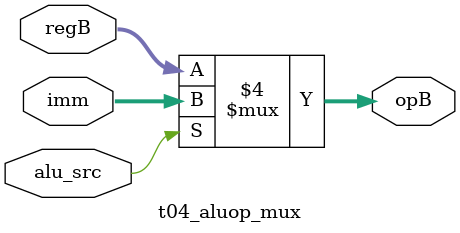
<source format=sv>
`default_nettype none

module t04_aluop_mux (
input logic [31:0] regB, //from regfile
input logic [31:0] imm, //from immgen
input logic alu_src, //from control unit
output logic [31:0] opB
);

always_comb begin
    if(alu_src == 1)
    begin
        opB = imm;
    end
    else
    begin
        opB = regB;
    end
end //always_comb

endmodule

</source>
